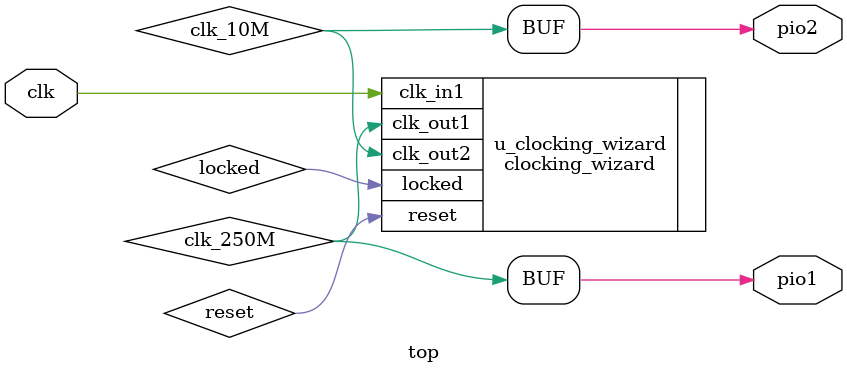
<source format=v>
`timescale 1ns / 1ps


module top(
    input clk,
    output pio1,
    output pio2
    );
    
    
    clocking_wizard u_clocking_wizard (
        .clk_in1(clk),
        .reset(reset),
        .clk_out1(clk_250M),
        .clk_out2(clk_10M),
        .locked(locked)
    );
    
    
    assign pio1 = clk_250M;
    assign pio2 = clk_10M;
    
    
endmodule

</source>
